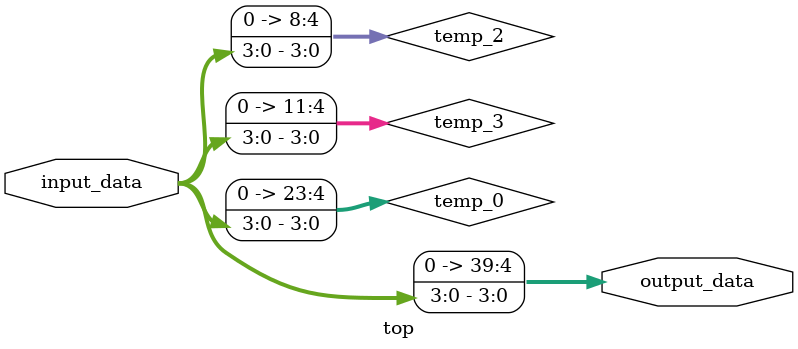
<source format=sv>
module top (
    input [3:0] input_data,
    output [39:0] output_data
);

    logic [23:0] temp_0;
    logic [17:0] temp_1;
    logic [8:0] temp_2;
    logic [11:0] temp_3;
    logic [0:0] temp_4;
    logic [21:0] temp_5;
    logic [29:0] temp_6;

    assign temp_0 = input_data;
    assign temp_1 = (($signed((temp_0 ^ input_data)) & (~input_data)) ^ input_data);
    assign temp_2 = input_data;
    assign temp_3 = temp_0;
    assign temp_4 = (temp_2 - temp_0);
    assign temp_5 = ($signed(((($unsigned(($unsigned(temp_2[6:0]) & temp_1)) & (~temp_1)) + temp_4) ^ temp_1[13:0])) | temp_2);
    assign temp_6 = (($signed(($unsigned(($unsigned(temp_3) * temp_3)) + temp_1)) ^ temp_4) - temp_0);

    assign output_data = temp_2;

endmodule
</source>
